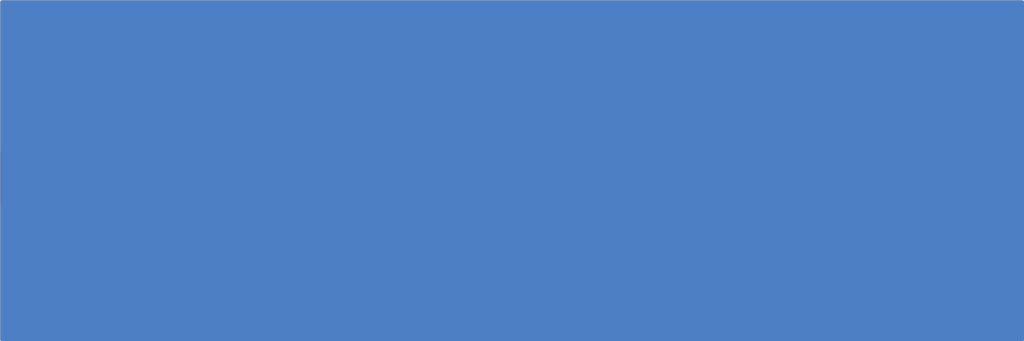
<source format=kicad_pcb>
(kicad_pcb (version 20211014) (generator pcbnew)

  (general
    (thickness 1.636)
  )

  (paper "A4")
  (title_block
    (title "Antenne MW ODMR [g=0.3mm]")
    (rev "v03")
    (company "IEMN - Centrale Lille")
    (comment 1 "Auteur : Noé Pigret")
  )

  (layers
    (0 "F.Cu" signal)
    (31 "B.Cu" signal)
    (40 "Dwgs.User" user "User.Drawings")
    (41 "Cmts.User" user "User.Comments")
    (42 "Eco1.User" user "User.Eco1")
    (43 "Eco2.User" user "User.Eco2")
    (44 "Edge.Cuts" user)
    (45 "Margin" user)
    (46 "B.CrtYd" user "B.Courtyard")
    (47 "F.CrtYd" user "F.Courtyard")
    (50 "User.1" user)
    (51 "User.2" user)
    (52 "User.3" user)
    (53 "User.4" user)
    (54 "User.5" user)
    (55 "User.6" user)
    (56 "User.7" user)
    (57 "User.8" user)
    (58 "User.9" user)
  )

  (setup
    (stackup
      (layer "F.Cu" (type "copper") (thickness 0.018))
      (layer "dielectric 1" (type "core") (thickness 1.6) (material "FR4") (epsilon_r 4.3) (loss_tangent 0.03))
      (layer "B.Cu" (type "copper") (thickness 0.018))
      (copper_finish "None")
      (dielectric_constraints no)
    )
    (pad_to_mask_clearance 0)
    (grid_origin 150 100)
    (pcbplotparams
      (layerselection 0x0001000_ffffffff)
      (disableapertmacros false)
      (usegerberextensions false)
      (usegerberattributes true)
      (usegerberadvancedattributes false)
      (creategerberjobfile true)
      (svguseinch false)
      (svgprecision 6)
      (excludeedgelayer true)
      (plotframeref false)
      (viasonmask false)
      (mode 1)
      (useauxorigin true)
      (hpglpennumber 1)
      (hpglpenspeed 20)
      (hpglpendiameter 15.000000)
      (dxfpolygonmode true)
      (dxfimperialunits true)
      (dxfusepcbnewfont true)
      (psnegative false)
      (psa4output false)
      (plotreference false)
      (plotvalue false)
      (plotinvisibletext false)
      (sketchpadsonfab false)
      (subtractmaskfromsilk false)
      (outputformat 1)
      (mirror false)
      (drillshape 0)
      (scaleselection 1)
      (outputdirectory "../gerbers/")
    )
  )

  (net 0 "")

  (gr_rect (start 120 90) (end 180 110) (layer "Edge.Cuts") (width 0.01) (fill none) (tstamp 1e357a2c-13d9-4b3a-81bb-8eb3eec10ed5))

  (zone (net 0) (net_name "") (layer "F.Cu") (tstamp 02bad74e-5df4-43d6-b913-d5bb915d9364) (hatch none 0.508)
    (connect_pads (clearance 0))
    (min_thickness 0.254) (filled_areas_thickness no)
    (fill yes (thermal_gap 0.508) (thermal_bridge_width 0.508))
    (polygon
      (pts
        (xy 157.004898 100)
        (xy 156.986086 99.486974)
        (xy 156.929752 98.976703)
        (xy 156.836197 98.471929)
        (xy 156.705925 97.975362)
        (xy 156.539636 97.489669)
        (xy 156.338221 97.017459)
        (xy 156.102764 96.561269)
        (xy 155.834528 96.123549)
        (xy 155.534955 95.706649)
        (xy 155.205654 95.312808)
        (xy 154.848392 94.944143)
        (xy 154.46509 94.602633)
        (xy 154.057806 94.290113)
        (xy 153.628726 94.008261)
        (xy 153.180157 93.75859)
        (xy 152.714507 93.542443)
        (xy 152.234277 93.360979)
        (xy 151.742047 93.215174)
        (xy 151.240461 93.10581)
        (xy 150.732211 93.033476)
        (xy 150.220029 92.998558)
        (xy 149.706665 93.001246)
        (xy 149.194877 93.041525)
        (xy 148.687413 93.119178)
        (xy 148.186999 93.233788)
        (xy 147.696323 93.38474)
        (xy 147.21802 93.571222)
        (xy 146.754659 93.792234)
        (xy 146.308728 94.046588)
        (xy 145.882624 94.332918)
        (xy 145.478635 94.649687)
        (xy 145.09893 94.995192)
        (xy 144.745548 95.367578)
        (xy 144.420389 95.764845)
        (xy 144.125198 96.184859)
        (xy 143.861561 96.625365)
        (xy 143.630894 97.083996)
        (xy 143.434435 97.558288)
        (xy 143.273241 98.045696)
        (xy 143.148176 98.5436)
        (xy 143.059912 99.049326)
        (xy 143.008925 99.560159)
        (xy 143.000908 99.85)
        (xy 152.21 99.85)
        (xy 152.24 99.64)
        (xy 152.32 99.37)
        (xy 152.42 99.16)
        (xy 152.58 98.92)
        (xy 152.78 98.72)
        (xy 153.06 98.52)
        (xy 153.37 98.38)
        (xy 153.74 98.31)
        (xy 154.1 98.31)
        (xy 154.44 98.39)
        (xy 154.77 98.53)
        (xy 155.04 98.74)
        (xy 155.28 99)
        (xy 155.44 99.27)
        (xy 155.55 99.59)
        (xy 155.6 99.91)
        (xy 155.59 100.21)
        (xy 155.53 100.49)
        (xy 155.44 100.73)
        (xy 155.26 101.02)
        (xy 155.04 101.26)
        (xy 154.86 101.41)
        (xy 154.55 101.57)
        (xy 154.15 101.68)
        (xy 153.91 101.7)
        (xy 153.71 101.69)
        (xy 153.45 101.64)
        (xy 153.2 101.55)
        (xy 153.01 101.45)
        (xy 152.79 101.29)
        (xy 152.62 101.12)
        (xy 152.44 100.87)
        (xy 152.33 100.66)
        (xy 152.25 100.41)
        (xy 152.206214 100.15)
        (xy 143 100.15)
        (xy 120 98.77)
        (xy 120 102.07)
        (xy 143 100.69)
        (xy 143.03 100.69)
        (xy 143.081344 101.095807)
        (xy 143.180179 101.599575)
        (xy 143.315644 102.09475)
        (xy 143.487011 102.578675)
        (xy 143.693359 103.048749)
        (xy 143.93358 103.502449)
        (xy 144.206385 103.937337)
        (xy 144.510307 104.351077)
        (xy 144.843715 104.741447)
        (xy 145.204817 105.106351)
        (xy 145.591675 105.443828)
        (xy 146.00221 105.752066)
        (xy 146.434217 106.02941)
        (xy 146.885376 106.27437)
        (xy 147.353264 106.485629)
        (xy 147.835367 106.662054)
        (xy 148.329097 106.802697)
        (xy 148.831802 106.906802)
        (xy 149.340781 106.97381)
        (xy 149.8533 107.003362)
        (xy 150.366608 106.995298)
        (xy 150.877947 106.949662)
        (xy 151.38457 106.8667)
        (xy 151.883756 106.746856)
        (xy 152.372825 106.590774)
        (xy 152.849149 106.399293)
        (xy 153.31017 106.173441)
        (xy 153.753412 105.914431)
        (xy 154.176494 105.623655)
        (xy 154.577145 105.302673)
        (xy 154.953211 104.953211)
        (xy 155.302673 104.577145)
        (xy 155.623655 104.176494)
        (xy 155.914431 103.753412)
        (xy 156.173441 103.31017)
        (xy 156.399293 102.849149)
        (xy 156.590774 102.372825)
        (xy 156.746856 101.883756)
        (xy 156.8667 101.38457)
        (xy 156.949662 100.877947)
        (xy 156.995298 100.366608)
      )
    )
    (filled_polygon
      (layer "F.Cu")
      (island)
      (pts
        (xy 150.224632 92.998872)
        (xy 150.395945 93.010551)
        (xy 150.727599 93.033162)
        (xy 150.736782 93.034127)
        (xy 151.030975 93.075996)
        (xy 151.23589 93.10516)
        (xy 151.244962 93.106791)
        (xy 151.737548 93.214193)
        (xy 151.746476 93.216486)
        (xy 152.229849 93.359667)
        (xy 152.238588 93.362608)
        (xy 152.293565 93.383382)
        (xy 152.710184 93.54081)
        (xy 152.718696 93.544388)
        (xy 153.175973 93.756648)
        (xy 153.184201 93.760841)
        (xy 153.624693 94.006016)
        (xy 153.632568 94.010785)
        (xy 153.690997 94.049165)
        (xy 154.053943 94.287576)
        (xy 154.06147 94.292925)
        (xy 154.461432 94.599826)
        (xy 154.468546 94.605712)
        (xy 154.844946 94.941073)
        (xy 154.851597 94.94745)
        (xy 155.202442 95.309493)
        (xy 155.208621 95.316356)
        (xy 155.531987 95.703099)
        (xy 155.537647 95.710395)
        (xy 155.831831 96.119796)
        (xy 155.836941 96.127487)
        (xy 156.100351 96.557331)
        (xy 156.104881 96.565371)
        (xy 156.194376 96.738765)
        (xy 156.336105 97.01336)
        (xy 156.340036 97.021715)
        (xy 156.537821 97.485415)
        (xy 156.541131 97.494037)
        (xy 156.704427 97.970987)
        (xy 156.707096 97.979826)
        (xy 156.815254 98.392097)
        (xy 156.835026 98.467465)
        (xy 156.83704 98.476475)
        (xy 156.845773 98.523594)
        (xy 156.92891 98.972161)
        (xy 156.930259 98.981297)
        (xy 156.985579 99.482385)
        (xy 156.986255 99.491594)
        (xy 156.988935 99.564681)
        (xy 157.001816 99.915932)
        (xy 157.004753 99.996034)
        (xy 157.004795 100.003936)
        (xy 156.999042 100.223658)
        (xy 156.995402 100.362654)
        (xy 156.994947 100.370543)
        (xy 156.969577 100.654809)
        (xy 156.950073 100.873341)
        (xy 156.948916 100.882502)
        (xy 156.867447 101.380008)
        (xy 156.865622 101.38906)
        (xy 156.747932 101.879273)
        (xy 156.745448 101.888167)
        (xy 156.592178 102.368425)
        (xy 156.58905 102.377113)
        (xy 156.401016 102.844863)
        (xy 156.397272 102.853275)
        (xy 156.175463 103.306042)
        (xy 156.171123 103.314136)
        (xy 156.063463 103.498375)
        (xy 155.916759 103.749428)
        (xy 155.911811 103.757224)
        (xy 155.626273 104.172685)
        (xy 155.620767 104.180099)
        (xy 155.305559 104.573542)
        (xy 155.299531 104.580526)
        (xy 154.956337 104.949847)
        (xy 154.949847 104.956337)
        (xy 154.580532 105.299526)
        (xy 154.573542 105.305559)
        (xy 154.180099 105.620767)
        (xy 154.172685 105.626273)
        (xy 153.757224 105.911811)
        (xy 153.749428 105.916759)
        (xy 153.314136 106.171123)
        (xy 153.306042 106.175463)
        (xy 152.853275 106.397272)
        (xy 152.844863 106.401016)
        (xy 152.377113 106.58905)
        (xy 152.368425 106.592178)
        (xy 151.888167 106.745448)
        (xy 151.879273 106.747932)
        (xy 151.38906 106.865622)
        (xy 151.380008 106.867447)
        (xy 150.882502 106.948916)
        (xy 150.873341 106.950073)
        (xy 150.785887 106.957878)
        (xy 150.371196 106.994889)
        (xy 150.361994 106.99537)
        (xy 150.104294 106.999419)
        (xy 149.857925 107.003289)
        (xy 149.848693 107.003096)
        (xy 149.428195 106.97885)
        (xy 149.345391 106.974076)
        (xy 149.336203 106.973207)
        (xy 149.086291 106.940306)
        (xy 148.836383 106.907405)
        (xy 148.827278 106.905865)
        (xy 148.333618 106.803633)
        (xy 148.32465 106.80143)
        (xy 147.839816 106.663321)
        (xy 147.831034 106.660468)
        (xy 147.616862 106.582092)
        (xy 147.357595 106.487214)
        (xy 147.349065 106.483733)
        (xy 146.889584 106.27627)
        (xy 146.881313 106.272164)
        (xy 146.438272 106.031611)
        (xy 146.430324 106.02691)
        (xy 146.006101 105.754564)
        (xy 145.998518 105.749294)
        (xy 145.59537 105.446602)
        (xy 145.588194 105.440791)
        (xy 145.208304 105.109393)
        (xy 145.201572 105.103072)
        (xy 144.846964 104.74473)
        (xy 144.840714 104.737933)
        (xy 144.513308 104.354591)
        (xy 144.507572 104.347354)
        (xy 144.209115 103.941054)
        (xy 144.203925 103.933416)
        (xy 143.936041 103.506372)
        (xy 143.931424 103.498375)
        (xy 143.695515 103.05282)
        (xy 143.691511 103.044539)
        (xy 143.488866 102.5829)
        (xy 143.485473 102.574331)
        (xy 143.317184 102.099099)
        (xy 143.314423 102.090287)
        (xy 143.1814 101.604037)
        (xy 143.179291 101.595047)
        (xy 143.082166 101.099997)
        (xy 143.080806 101.091555)
        (xy 143.032274 100.707972)
        (xy 143.03 100.69)
        (xy 143 100.69)
        (xy 132.951617 101.292903)
        (xy 120.134546 102.061927)
        (xy 120.06535 102.046041)
        (xy 120.015727 101.995266)
        (xy 120.001 101.936153)
        (xy 120.001 98.903847)
        (xy 120.021002 98.835726)
        (xy 120.074658 98.789233)
        (xy 120.134546 98.778073)
        (xy 130.078633 99.374718)
        (xy 143 100.15)
        (xy 152.099659 100.15)
        (xy 152.16778 100.170002)
        (xy 152.214273 100.223658)
        (xy 152.223909 100.255075)
        (xy 152.242692 100.366608)
        (xy 152.25 100.41)
        (xy 152.33 100.66)
        (xy 152.332525 100.664821)
        (xy 152.332527 100.664825)
        (xy 152.402794 100.798971)
        (xy 152.44 100.87)
        (xy 152.62 101.12)
        (xy 152.79 101.29)
        (xy 153.01 101.45)
        (xy 153.2 101.55)
        (xy 153.204112 101.55148)
        (xy 153.204118 101.551483)
        (xy 153.445388 101.63834)
        (xy 153.445392 101.638341)
        (xy 153.45 101.64)
        (xy 153.454808 101.640925)
        (xy 153.454813 101.640926)
        (xy 153.64995 101.678452)
        (xy 153.71 101.69)
        (xy 153.91 101.7)
        (xy 153.914175 101.699652)
        (xy 153.914181 101.699652)
        (xy 154.144182 101.680485)
        (xy 154.144184 101.680485)
        (xy 154.15 101.68)
        (xy 154.155627 101.678452)
        (xy 154.15563 101.678452)
        (xy 154.543676 101.571739)
        (xy 154.543675 101.571739)
        (xy 154.55 101.57)
        (xy 154.86 101.41)
        (xy 155.04 101.26)
        (xy 155.26 101.02)
        (xy 155.44 100.73)
        (xy 155.53 100.49)
        (xy 155.59 100.21)
        (xy 155.591334 100.170002)
        (xy 155.599802 99.915932)
        (xy 155.6 99.91)
        (xy 155.570393 99.720516)
        (xy 155.550857 99.595482)
        (xy 155.550856 99.595477)
        (xy 155.55 99.59)
        (xy 155.513008 99.482385)
        (xy 155.442089 99.276077)
        (xy 155.44 99.27)
        (xy 155.28 99)
        (xy 155.04 98.74)
        (xy 154.77 98.53)
        (xy 154.762453 98.526798)
        (xy 154.762451 98.526797)
        (xy 154.444943 98.392097)
        (xy 154.44 98.39)
        (xy 154.434781 98.388772)
        (xy 154.434778 98.388771)
        (xy 154.10709 98.311668)
        (xy 154.107088 98.311668)
        (xy 154.1 98.31)
        (xy 153.74 98.31)
        (xy 153.620013 98.3327)
        (xy 153.37735 98.378609)
        (xy 153.377346 98.37861)
        (xy 153.37 98.38)
        (xy 153.363185 98.383078)
        (xy 153.363184 98.383078)
        (xy 153.065632 98.517456)
        (xy 153.065628 98.517458)
        (xy 153.06 98.52)
        (xy 152.78 98.72)
        (xy 152.58 98.92)
        (xy 152.42 99.16)
        (xy 152.32 99.37)
        (xy 152.24 99.64)
        (xy 152.23935 99.644551)
        (xy 152.239349 99.644555)
        (xy 152.225454 99.74182)
        (xy 152.196019 99.806427)
        (xy 152.136327 99.844864)
        (xy 152.10072 99.85)
        (xy 143.130442 99.85)
        (xy 143.062321 99.829998)
        (xy 143.015828 99.776342)
        (xy 143.00449 99.720516)
        (xy 143.0088 99.564681)
        (xy 143.009375 99.555651)
        (xy 143.059453 99.053927)
        (xy 143.060706 99.044778)
        (xy 143.147382 98.548152)
        (xy 143.149302 98.53912)
        (xy 143.272115 98.050179)
        (xy 143.274691 98.041311)
        (xy 143.296502 97.975362)
        (xy 143.432986 97.562669)
        (xy 143.436204 97.554017)
        (xy 143.629126 97.088264)
        (xy 143.63297 97.079868)
        (xy 143.662218 97.021715)
        (xy 143.859491 96.629481)
        (xy 143.863936 96.621396)
        (xy 144.122826 96.188822)
        (xy 144.12785 96.181085)
        (xy 144.16552 96.127487)
        (xy 144.417734 95.768623)
        (xy 144.423317 95.761268)
        (xy 144.742622 95.371153)
        (xy 144.748729 95.364226)
        (xy 145.095745 94.998549)
        (xy 145.102342 94.992088)
        (xy 145.47522 94.652795)
        (xy 145.482273 94.646835)
        (xy 145.878988 94.335769)
        (xy 145.886459 94.330341)
        (xy 146.304893 94.049165)
        (xy 146.312741 94.044299)
        (xy 146.371485 94.010792)
        (xy 146.750653 93.794519)
        (xy 146.758835 93.790242)
        (xy 146.829267 93.756648)
        (xy 146.865262 93.739479)
        (xy 147.213851 93.573211)
        (xy 147.222325 93.569544)
        (xy 147.692018 93.386419)
        (xy 147.700739 93.383382)
        (xy 148.037091 93.279906)
        (xy 148.18259 93.235144)
        (xy 148.191498 93.232758)
        (xy 148.495665 93.163094)
        (xy 148.682912 93.120209)
        (xy 148.691982 93.118479)
        (xy 148.894899 93.087428)
        (xy 149.190307 93.042224)
        (xy 149.199468 93.041164)
        (xy 149.450771 93.021385)
        (xy 149.702068 93.001608)
        (xy 149.711294 93.001222)
        (xy 149.987709 92.999774)
        (xy 150.215413 92.998582)
      )
    )
  )
  (zone (net 0) (net_name "") (layer "B.Cu") (tstamp ce35cfa7-5e94-4854-8cda-c7bd40db61b9) (hatch none 0.508)
    (connect_pads (clearance 0))
    (min_thickness 0.254) (filled_areas_thickness no)
    (fill yes (thermal_gap 0.508) (thermal_bridge_width 0.508))
    (polygon
      (pts
        (xy 180 110)
        (xy 120 110)
        (xy 120 90)
        (xy 180 90)
      )
    )
    (filled_polygon
      (layer "B.Cu")
      (island)
      (pts
        (xy 179.941121 90.021002)
        (xy 179.987614 90.074658)
        (xy 179.999 90.127)
        (xy 179.999 109.873)
        (xy 179.978998 109.941121)
        (xy 179.925342 109.987614)
        (xy 179.873 109.999)
        (xy 120.127 109.999)
        (xy 120.058879 109.978998)
        (xy 120.012386 109.925342)
        (xy 120.001 109.873)
        (xy 120.001 90.127)
        (xy 120.021002 90.058879)
        (xy 120.074658 90.012386)
        (xy 120.127 90.001)
        (xy 179.873 90.001)
      )
    )
  )
)

</source>
